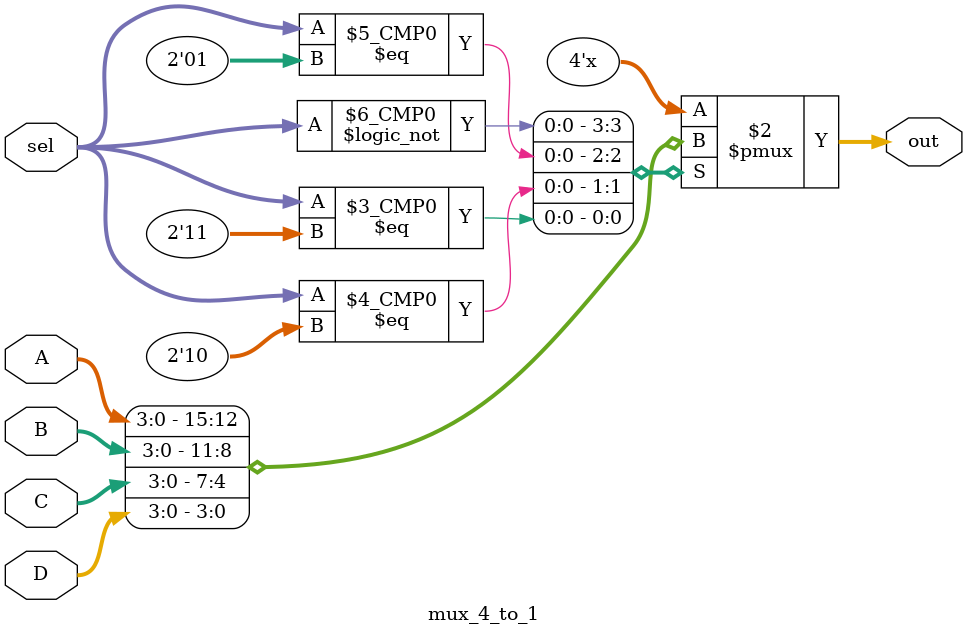
<source format=v>
`timescale 1ns / 1ps


module mux_4_to_1(
    input [3:0] A,
    input [3:0] B,
    input [3:0] C,
    input [3:0] D,
    input [1:0] sel,
    output reg [3:0] out
    );
    
    always@(A or B or C or D or sel)begin
        case(sel)
            2'b00: out=A;
             2'b01: out=B;
               2'b10: out=C;
                2'b11: out=D;
           
        endcase
    
    end
endmodule

</source>
